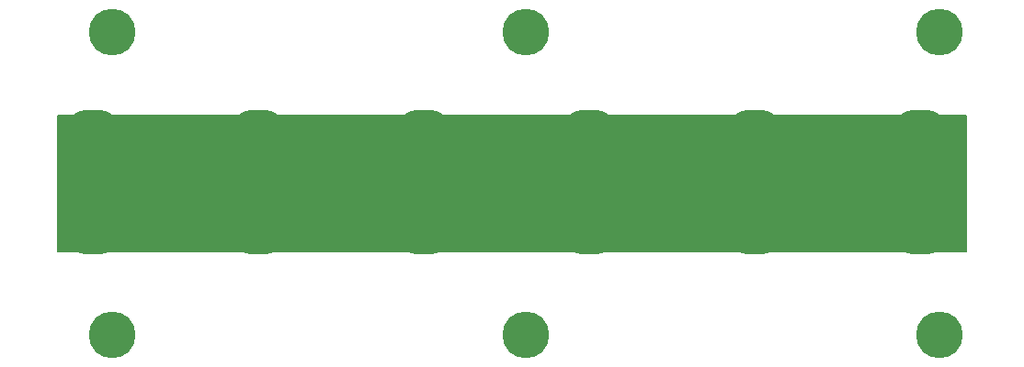
<source format=gbr>
%TF.GenerationSoftware,KiCad,Pcbnew,8.0.6*%
%TF.CreationDate,2024-11-19T18:22:25+00:00*%
%TF.ProjectId,PowerPole,506f7765-7250-46f6-9c65-2e6b69636164,rev?*%
%TF.SameCoordinates,Original*%
%TF.FileFunction,Soldermask,Bot*%
%TF.FilePolarity,Negative*%
%FSLAX46Y46*%
G04 Gerber Fmt 4.6, Leading zero omitted, Abs format (unit mm)*
G04 Created by KiCad (PCBNEW 8.0.6) date 2024-11-19 18:22:25*
%MOMM*%
%LPD*%
G01*
G04 APERTURE LIST*
%ADD10C,4.300000*%
%ADD11O,6.000000X5.500000*%
G04 APERTURE END LIST*
D10*
%TO.C,REF\u002A\u002A*%
X68580000Y-48260000D03*
%TD*%
%TO.C,REF\u002A\u002A*%
X68580000Y-20320000D03*
%TD*%
%TO.C,REF\u002A\u002A*%
X106680000Y-20320000D03*
%TD*%
%TO.C,REF\u002A\u002A*%
X106680000Y-48260000D03*
%TD*%
%TO.C,REF\u002A\u002A*%
X30480000Y-48260000D03*
%TD*%
%TO.C,REF\u002A\u002A*%
X30480000Y-20320000D03*
%TD*%
D11*
%TO.C,J6*%
X104895500Y-30200000D03*
X104895500Y-38100000D03*
%TD*%
%TO.C,J5*%
X89655500Y-30200000D03*
X89655500Y-38100000D03*
%TD*%
%TO.C,J4*%
X74415500Y-30200000D03*
X74415500Y-38100000D03*
%TD*%
%TO.C,J3*%
X59175500Y-30200000D03*
X59175500Y-38100000D03*
%TD*%
%TO.C,J2*%
X43935500Y-30200000D03*
X43935500Y-38100000D03*
%TD*%
%TO.C,J1*%
X28695500Y-38100000D03*
X28695500Y-30200000D03*
%TD*%
G36*
X109163039Y-27959685D02*
G01*
X109208794Y-28012489D01*
X109220000Y-28064000D01*
X109220000Y-40516000D01*
X109200315Y-40583039D01*
X109147511Y-40628794D01*
X109096000Y-40640000D01*
X25524000Y-40640000D01*
X25456961Y-40620315D01*
X25411206Y-40567511D01*
X25400000Y-40516000D01*
X25400000Y-28064000D01*
X25419685Y-27996961D01*
X25472489Y-27951206D01*
X25524000Y-27940000D01*
X109096000Y-27940000D01*
X109163039Y-27959685D01*
G37*
M02*

</source>
